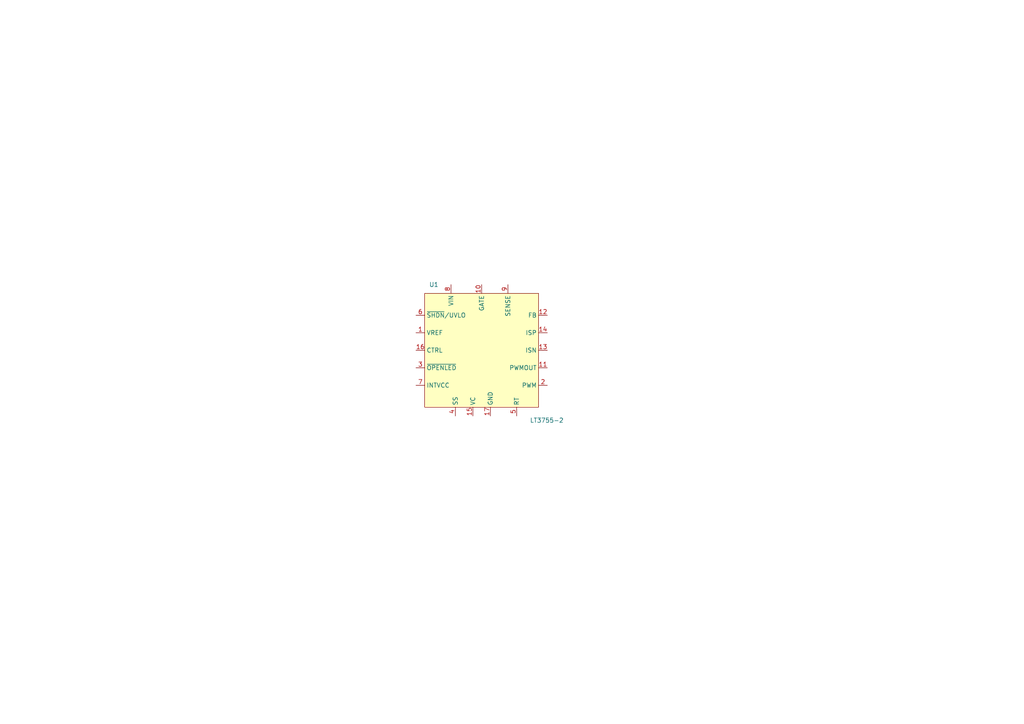
<source format=kicad_sch>
(kicad_sch (version 20230121) (generator eeschema)
  (paper "A4")
  (lib_symbols
    (symbol "rlir_therapy:LT3755-2"
      (property "Reference" "U" (at -15.24 19.05 0))
      (property "Value" "LT3755-2" (at 19.05 -20.32 0))
      (symbol "LT3755-2_0_0"
        (pin output line (at -19.05 5.08 0) (length 2.54) (name "VREF") (number "1"))
        (pin output line (at 0 19.05 270) (length 2.54) (name "GATE") (number "10"))
        (pin output line (at 19.05 -5.08 180) (length 2.54) (name "PWMOUT") (number "11"))
        (pin input line (at 19.05 10.16 180) (length 2.54) (name "FB") (number "12"))
        (pin input line (at 19.05 0 180) (length 2.54) (name "ISN") (number "13"))
        (pin input line (at 19.05 5.08 180) (length 2.54) (name "ISP") (number "14"))
        (pin output line (at -2.54 -19.05 90) (length 2.54) (name "VC") (number "15"))
        (pin input line (at -19.05 0 0) (length 2.54) (name "CTRL") (number "16"))
        (pin passive line (at 2.54 -19.05 90) (length 2.54) (name "GND") (number "17"))
        (pin input line (at 19.05 -10.16 180) (length 2.54) (name "PWM") (number "2"))
        (pin input line (at -7.62 -19.05 90) (length 2.54) (name "SS") (number "4"))
        (pin passive line (at 10.16 -19.05 90) (length 2.54) (name "RT") (number "5"))
        (pin input line (at -19.05 10.16 0) (length 2.54) (name "~{SHDN}/UVLO") (number "6"))
        (pin passive line (at -19.05 -10.16 0) (length 2.54) (name "INTVCC") (number "7"))
        (pin power_in line (at -8.89 19.05 270) (length 2.54) (name "VIN") (number "8"))
        (pin input line (at 7.62 19.05 270) (length 2.54) (name "SENSE") (number "9"))
      )
      (symbol "LT3755-2_1_0"
        (pin input line (at -19.05 -5.08 0) (length 2.54) (name "~{OPENLED}") (number "3"))
      )
      (symbol "LT3755-2_1_1"
        (rectangle (start -16.51 16.51) (end 16.51 -16.51) (fill (type background)))
      )
    )
  )
  (symbol (lib_id "rlir_therapy:LT3755-2") (at 139.7 101.6 0) (unit 1)
    (property "Reference" "U1" (at 124.46 82.55 0) (effects (justify left)))
    (property "Value" "LT3755-2" (at 153.67 121.92 0) (effects (justify left)))
    (property "Footprint" "rlir_therapy:QFN-16_UD_3mmx3mm" (effects hide))
    (property "Datasheet" "https://www.analog.com/media/en/technical-documentation/data-sheets/LT3755-3755-1-3755-2.pdf" (effects hide))
    (instances (project "rlir-therapy" (path "" (reference "U1") (unit 1)) (path "" (reference "U1") (unit 1)) (path "" (reference "U2") (unit 1))))
  )
)
</source>
